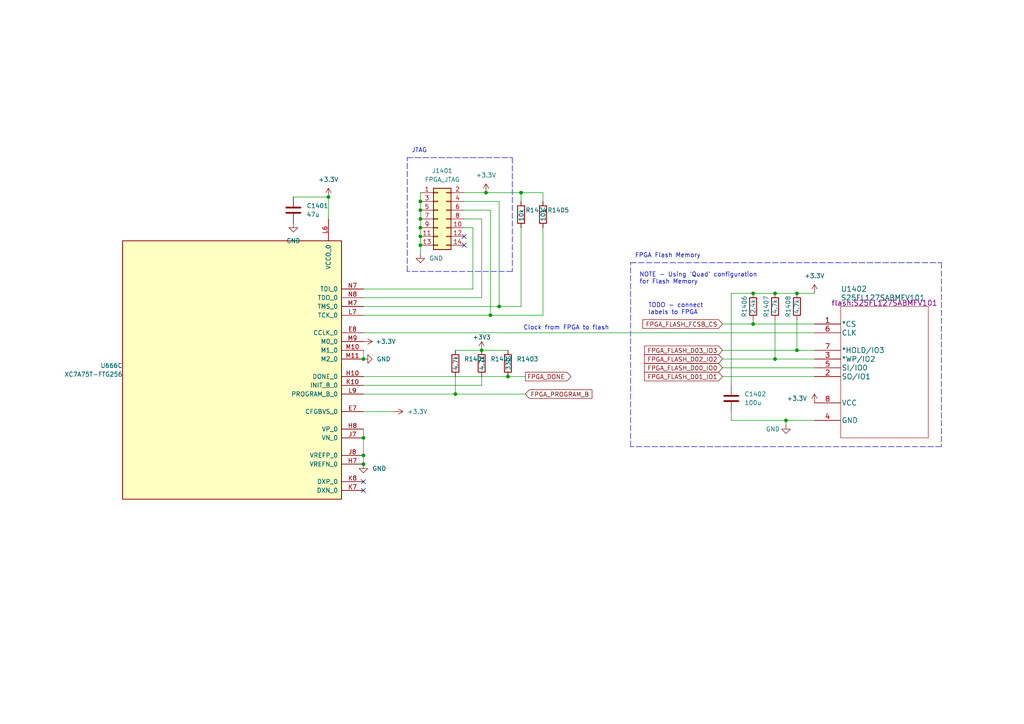
<source format=kicad_sch>
(kicad_sch (version 20211123) (generator eeschema)
  (paper "A4")
  (lib_symbols
    (symbol "Connector_Generic:Conn_02x07_Odd_Even" (pin_names (offset 1.016) hide)
      (property "Reference" "J" (at 1.27 10.16 0))
      (property "Value" "Conn_02x07_Odd_Even" (at 1.27 -10.16 0))
      (symbol "Conn_02x07_Odd_Even_1_1"
        (rectangle (start -1.27 -7.493) (end 0 -7.747) (stroke (width 0.1524)))
        (rectangle (start -1.27 -4.953) (end 0 -5.207) (stroke (width 0.1524)))
        (rectangle (start -1.27 -2.413) (end 0 -2.667) (stroke (width 0.1524)))
        (rectangle (start -1.27 0.127) (end 0 -0.127) (stroke (width 0.1524)))
        (rectangle (start -1.27 2.667) (end 0 2.413) (stroke (width 0.1524)))
        (rectangle (start -1.27 5.207) (end 0 4.953) (stroke (width 0.1524)))
        (rectangle (start -1.27 7.747) (end 0 7.493) (stroke (width 0.1524)))
        (rectangle (start -1.27 8.89) (end 3.81 -8.89) (stroke (width 0.254)) (fill (type background)))
        (rectangle (start 3.81 -7.493) (end 2.54 -7.747) (stroke (width 0.1524)))
        (rectangle (start 3.81 -4.953) (end 2.54 -5.207) (stroke (width 0.1524)))
        (rectangle (start 3.81 -2.413) (end 2.54 -2.667) (stroke (width 0.1524)))
        (rectangle (start 3.81 0.127) (end 2.54 -0.127) (stroke (width 0.1524)))
        (rectangle (start 3.81 2.667) (end 2.54 2.413) (stroke (width 0.1524)))
        (rectangle (start 3.81 5.207) (end 2.54 4.953) (stroke (width 0.1524)))
        (rectangle (start 3.81 7.747) (end 2.54 7.493) (stroke (width 0.1524)))
        (pin passive line (at -5.08 7.62 0) (length 3.81) (name "Pin_1") (number "1"))
        (pin passive line (at 7.62 -2.54 180) (length 3.81) (name "Pin_10") (number "10"))
        (pin passive line (at -5.08 -5.08 0) (length 3.81) (name "Pin_11") (number "11"))
        (pin passive line (at 7.62 -5.08 180) (length 3.81) (name "Pin_12") (number "12"))
        (pin passive line (at -5.08 -7.62 0) (length 3.81) (name "Pin_13") (number "13"))
        (pin passive line (at 7.62 -7.62 180) (length 3.81) (name "Pin_14") (number "14"))
        (pin passive line (at 7.62 7.62 180) (length 3.81) (name "Pin_2") (number "2"))
        (pin passive line (at -5.08 5.08 0) (length 3.81) (name "Pin_3") (number "3"))
        (pin passive line (at 7.62 5.08 180) (length 3.81) (name "Pin_4") (number "4"))
        (pin passive line (at -5.08 2.54 0) (length 3.81) (name "Pin_5") (number "5"))
        (pin passive line (at 7.62 2.54 180) (length 3.81) (name "Pin_6") (number "6"))
        (pin passive line (at -5.08 0 0) (length 3.81) (name "Pin_7") (number "7"))
        (pin passive line (at 7.62 0 180) (length 3.81) (name "Pin_8") (number "8"))
        (pin passive line (at -5.08 -2.54 0) (length 3.81) (name "Pin_9") (number "9"))
      )
    )
    (symbol "Device:C" (pin_numbers hide) (pin_names (offset 0.254))
      (property "Reference" "C" (at 0.635 2.54 0))
      (property "Value" "C" (at 0.635 -2.54 0))
      (symbol "C_0_1"
        (polyline (pts (xy -2.032 -0.762) (xy 2.032 -0.762)) (stroke (width 0.508)))
        (polyline (pts (xy -2.032 0.762) (xy 2.032 0.762)) (stroke (width 0.508)))
      )
      (symbol "C_1_1"
        (pin passive line (at 0 3.81 270) (length 2.794) (name "~") (number "1"))
        (pin passive line (at 0 -3.81 90) (length 2.794) (name "~") (number "2"))
      )
    )
    (symbol "Device:R" (pin_numbers hide) (pin_names (offset 0))
      (property "Reference" "R" (at 2.032 0 90))
      (property "Value" "R" (at 0 0 90))
      (symbol "R_0_1"
        (rectangle (start -1.016 -2.54) (end 1.016 2.54) (stroke (width 0.254)))
      )
      (symbol "R_1_1"
        (pin passive line (at 0 3.81 270) (length 1.27) (name "~") (number "1"))
        (pin passive line (at 0 -3.81 90) (length 1.27) (name "~") (number "2"))
      )
    )
    (symbol "FPGA_Xilinx_Artix7:XC7A75T-FTG256" (pin_names (offset 1.016))
      (property "Reference" "U" (at 0 1.27 0))
      (property "Value" "XC7A75T-FTG256" (at 0 -1.27 0))
      (symbol "XC7A75T-FTG256_1_1"
        (rectangle (start -44.45 67.31) (end 44.45 -73.66) (stroke (width 0.254)) (fill (type background)))
        (pin bidirectional line (at 50.8 38.1 180) (length 6.35) (name "IO_L3N_T0_DQS_AD1N_15") (number "A10"))
        (pin bidirectional line (at 50.8 27.94 180) (length 6.35) (name "IO_L5N_T0_AD9N_15") (number "A12"))
        (pin bidirectional line (at 50.8 20.32 180) (length 6.35) (name "IO_L7P_T1_AD2P_15") (number "A13"))
        (pin bidirectional line (at 50.8 17.78 180) (length 6.35) (name "IO_L7N_T1_AD2N_15") (number "A14"))
        (pin bidirectional line (at 50.8 7.62 180) (length 6.35) (name "IO_L9N_T1_DQS_AD3N_15") (number "A15"))
        (pin power_in line (at 27.94 73.66 270) (length 6.35) (name "VCCO_15") (number "A16"))
        (pin bidirectional line (at 50.8 45.72 180) (length 6.35) (name "IO_L2P_T0_AD8P_15") (number "A8"))
        (pin bidirectional line (at 50.8 43.18 180) (length 6.35) (name "IO_L2N_T0_AD8N_15") (number "A9"))
        (pin bidirectional line (at 50.8 35.56 180) (length 6.35) (name "IO_L4P_T0_15") (number "B10"))
        (pin bidirectional line (at 50.8 33.02 180) (length 6.35) (name "IO_L4N_T0_15") (number "B11"))
        (pin bidirectional line (at 50.8 30.48 180) (length 6.35) (name "IO_L5P_T0_AD9P_15") (number "B12"))
        (pin power_in line (at 30.48 73.66 270) (length 6.35) (name "VCCO_15") (number "B13"))
        (pin bidirectional line (at 50.8 12.7 180) (length 6.35) (name "IO_L8N_T1_AD10N_15") (number "B14"))
        (pin bidirectional line (at 50.8 10.16 180) (length 6.35) (name "IO_L9P_T1_DQS_AD3P_15") (number "B15"))
        (pin bidirectional line (at 50.8 2.54 180) (length 6.35) (name "IO_L10N_T1_AD11N_15") (number "B16"))
        (pin bidirectional line (at 50.8 40.64 180) (length 6.35) (name "IO_L3P_T0_DQS_AD1P_15") (number "B9"))
        (pin power_in line (at 33.02 73.66 270) (length 6.35) (name "VCCO_15") (number "C10"))
        (pin bidirectional line (at 50.8 0 180) (length 6.35) (name "IO_L11P_T1_SRCC_15") (number "C11"))
        (pin bidirectional line (at 50.8 -2.54 180) (length 6.35) (name "IO_L11N_T1_SRCC_15") (number "C12"))
        (pin bidirectional line (at 50.8 -7.62 180) (length 6.35) (name "IO_L12N_T1_MRCC_15") (number "C13"))
        (pin bidirectional line (at 50.8 15.24 180) (length 6.35) (name "IO_L8P_T1_AD10P_15") (number "C14"))
        (pin bidirectional line (at 50.8 5.08 180) (length 6.35) (name "IO_L10P_T1_AD11P_15") (number "C16"))
        (pin bidirectional line (at 50.8 50.8 180) (length 6.35) (name "IO_L1P_T0_AD0P_15") (number "C8"))
        (pin bidirectional line (at 50.8 48.26 180) (length 6.35) (name "IO_L1N_T0_AD0N_15") (number "C9"))
        (pin bidirectional line (at 50.8 53.34 180) (length 6.35) (name "IO_0_15") (number "D10"))
        (pin bidirectional line (at 50.8 -17.78 180) (length 6.35) (name "IO_L14N_T2_SRCC_15") (number "D11"))
        (pin bidirectional line (at 50.8 -5.08 180) (length 6.35) (name "IO_L12P_T1_MRCC_15") (number "D13"))
        (pin bidirectional line (at 50.8 -20.32 180) (length 6.35) (name "IO_L15P_T2_DQS_15") (number "D14"))
        (pin bidirectional line (at 50.8 -22.86 180) (length 6.35) (name "IO_L15N_T2_DQS_ADV_B_15") (number "D15"))
        (pin bidirectional line (at 50.8 -33.02 180) (length 6.35) (name "IO_L17N_T2_A25_15") (number "D16"))
        (pin bidirectional line (at 50.8 25.4 180) (length 6.35) (name "IO_L6P_T0_15") (number "D8"))
        (pin bidirectional line (at 50.8 22.86 180) (length 6.35) (name "IO_L6N_T0_VREF_15") (number "D9"))
        (pin bidirectional line (at 50.8 -15.24 180) (length 6.35) (name "IO_L14P_T2_SRCC_15") (number "E11"))
        (pin bidirectional line (at 50.8 -10.16 180) (length 6.35) (name "IO_L13P_T2_MRCC_15") (number "E12"))
        (pin bidirectional line (at 50.8 -12.7 180) (length 6.35) (name "IO_L13N_T2_MRCC_15") (number "E13"))
        (pin power_in line (at 35.56 73.66 270) (length 6.35) (name "VCCO_15") (number "E14"))
        (pin bidirectional line (at 50.8 -38.1 180) (length 6.35) (name "IO_L18N_T2_A23_15") (number "E15"))
        (pin bidirectional line (at 50.8 -30.48 180) (length 6.35) (name "IO_L17P_T2_A26_15") (number "E16"))
        (pin bidirectional line (at 50.8 -25.4 180) (length 6.35) (name "IO_L16P_T2_A28_15") (number "F12"))
        (pin bidirectional line (at 50.8 -27.94 180) (length 6.35) (name "IO_L16N_T2_A27_15") (number "F13"))
        (pin bidirectional line (at 50.8 -53.34 180) (length 6.35) (name "IO_L21N_T3_DQS_A18_15") (number "F14"))
        (pin bidirectional line (at 50.8 -35.56 180) (length 6.35) (name "IO_L18P_T2_A24_15") (number "F15"))
        (pin bidirectional line (at 50.8 -71.12 180) (length 6.35) (name "IO_25_15") (number "G11"))
        (pin bidirectional line (at 50.8 -43.18 180) (length 6.35) (name "IO_L19N_T3_A21_VREF_15") (number "G12"))
        (pin bidirectional line (at 50.8 -50.8 180) (length 6.35) (name "IO_L21P_T3_DQS_15") (number "G14"))
        (pin bidirectional line (at 50.8 -68.58 180) (length 6.35) (name "IO_L24N_T3_RS0_15") (number "G15"))
        (pin bidirectional line (at 50.8 -58.42 180) (length 6.35) (name "IO_L22N_T3_A16_15") (number "G16"))
        (pin bidirectional line (at 50.8 -40.64 180) (length 6.35) (name "IO_L19P_T3_A22_15") (number "H11"))
        (pin bidirectional line (at 50.8 -45.72 180) (length 6.35) (name "IO_L20P_T3_A20_15") (number "H12"))
        (pin bidirectional line (at 50.8 -48.26 180) (length 6.35) (name "IO_L20N_T3_A19_15") (number "H13"))
        (pin bidirectional line (at 50.8 -66.04 180) (length 6.35) (name "IO_L24P_T3_RS1_15") (number "H14"))
        (pin power_in line (at 38.1 73.66 270) (length 6.35) (name "VCCO_15") (number "H15"))
        (pin bidirectional line (at 50.8 -55.88 180) (length 6.35) (name "IO_L22P_T3_A17_15") (number "H16"))
        (pin power_in line (at 40.64 73.66 270) (length 6.35) (name "VCCO_15") (number "J12"))
        (pin bidirectional line (at -50.8 50.8 0) (length 6.35) (name "IO_L1P_T0_D00_MOSI_14") (number "J13"))
        (pin bidirectional line (at -50.8 48.26 0) (length 6.35) (name "IO_L1N_T0_D01_DIN_14") (number "J14"))
        (pin bidirectional line (at 50.8 -60.96 180) (length 6.35) (name "IO_L23P_T3_FOE_B_15") (number "J15"))
        (pin bidirectional line (at 50.8 -63.5 180) (length 6.35) (name "IO_L23N_T3_FWE_B_15") (number "J16"))
        (pin bidirectional line (at -50.8 53.34 0) (length 6.35) (name "IO_0_14") (number "K12"))
        (pin bidirectional line (at -50.8 30.48 0) (length 6.35) (name "IO_L5P_T0_D06_14") (number "K13"))
        (pin bidirectional line (at -50.8 45.72 0) (length 6.35) (name "IO_L2P_T0_D02_14") (number "K15"))
        (pin bidirectional line (at -50.8 43.18 0) (length 6.35) (name "IO_L2N_T0_D03_14") (number "K16"))
        (pin bidirectional line (at -50.8 25.4 0) (length 6.35) (name "IO_L6P_T0_FCS_B_14") (number "L12"))
        (pin bidirectional line (at -50.8 27.94 0) (length 6.35) (name "IO_L5N_T0_D07_14") (number "L13"))
        (pin bidirectional line (at -50.8 35.56 0) (length 6.35) (name "IO_L4P_T0_D04_14") (number "L14"))
        (pin bidirectional line (at -50.8 40.64 0) (length 6.35) (name "IO_L3P_T0_DQS_PUDC_B_14") (number "L15"))
        (pin power_in line (at -40.64 73.66 270) (length 6.35) (name "VCCO_14") (number "L16"))
        (pin bidirectional line (at -50.8 22.86 0) (length 6.35) (name "IO_L6N_T0_D08_VREF_14") (number "M12"))
        (pin power_in line (at -38.1 73.66 270) (length 6.35) (name "VCCO_14") (number "M13"))
        (pin bidirectional line (at -50.8 33.02 0) (length 6.35) (name "IO_L4N_T0_D05_14") (number "M14"))
        (pin bidirectional line (at -50.8 38.1 0) (length 6.35) (name "IO_L3N_T0_DQS_EMCCLK_14") (number "M15"))
        (pin bidirectional line (at -50.8 20.32 0) (length 6.35) (name "IO_L7P_T1_D09_14") (number "M16"))
        (pin bidirectional line (at -50.8 -40.64 0) (length 6.35) (name "IO_L19P_T3_A10_D26_14") (number "M6"))
        (pin power_in line (at -35.56 73.66 270) (length 6.35) (name "VCCO_14") (number "N10"))
        (pin bidirectional line (at -50.8 -10.16 0) (length 6.35) (name "IO_L13P_T2_MRCC_14") (number "N11"))
        (pin bidirectional line (at -50.8 -12.7 0) (length 6.35) (name "IO_L13N_T2_MRCC_14") (number "N12"))
        (pin bidirectional line (at -50.8 0 0) (length 6.35) (name "IO_L11P_T1_SRCC_14") (number "N13"))
        (pin bidirectional line (at -50.8 -5.08 0) (length 6.35) (name "IO_L12P_T1_MRCC_14") (number "N14"))
        (pin bidirectional line (at -50.8 17.78 0) (length 6.35) (name "IO_L7N_T1_D10_14") (number "N16"))
        (pin bidirectional line (at -50.8 -43.18 0) (length 6.35) (name "IO_L19N_T3_A09_D25_VREF_14") (number "N6"))
        (pin bidirectional line (at -50.8 -35.56 0) (length 6.35) (name "IO_L18P_T2_A12_D28_14") (number "N9"))
        (pin bidirectional line (at -50.8 -15.24 0) (length 6.35) (name "IO_L14P_T2_SRCC_14") (number "P10"))
        (pin bidirectional line (at -50.8 -17.78 0) (length 6.35) (name "IO_L14N_T2_SRCC_14") (number "P11"))
        (pin bidirectional line (at -50.8 -2.54 0) (length 6.35) (name "IO_L11N_T1_SRCC_14") (number "P13"))
        (pin bidirectional line (at -50.8 -7.62 0) (length 6.35) (name "IO_L12N_T1_MRCC_14") (number "P14"))
        (pin bidirectional line (at -50.8 15.24 0) (length 6.35) (name "IO_L8P_T1_D11_14") (number "P15"))
        (pin bidirectional line (at -50.8 12.7 0) (length 6.35) (name "IO_L8N_T1_D12_14") (number "P16"))
        (pin bidirectional line (at -50.8 -71.12 0) (length 6.35) (name "IO_25_14") (number "P6"))
        (pin power_in line (at -33.02 73.66 270) (length 6.35) (name "VCCO_14") (number "P7"))
        (pin bidirectional line (at -50.8 -45.72 0) (length 6.35) (name "IO_L20P_T3_A08_D24_14") (number "P8"))
        (pin bidirectional line (at -50.8 -38.1 0) (length 6.35) (name "IO_L18N_T2_A11_D27_14") (number "P9"))
        (pin bidirectional line (at -50.8 -30.48 0) (length 6.35) (name "IO_L17P_T2_A14_D30_14") (number "R10"))
        (pin bidirectional line (at -50.8 -33.02 0) (length 6.35) (name "IO_L17N_T2_A13_D29_14") (number "R11"))
        (pin bidirectional line (at -50.8 -20.32 0) (length 6.35) (name "IO_L15P_T2_DQS_RDWR_B_14") (number "R12"))
        (pin bidirectional line (at -50.8 -25.4 0) (length 6.35) (name "IO_L16P_T2_CSI_B_14") (number "R13"))
        (pin power_in line (at -30.48 73.66 270) (length 6.35) (name "VCCO_14") (number "R14"))
        (pin bidirectional line (at -50.8 10.16 0) (length 6.35) (name "IO_L9P_T1_DQS_14") (number "R15"))
        (pin bidirectional line (at -50.8 7.62 0) (length 6.35) (name "IO_L9N_T1_DQS_D13_14") (number "R16"))
        (pin bidirectional line (at -50.8 -60.96 0) (length 6.35) (name "IO_L23P_T3_A03_D19_14") (number "R5"))
        (pin bidirectional line (at -50.8 -66.04 0) (length 6.35) (name "IO_L24P_T3_A01_D17_14") (number "R6"))
        (pin bidirectional line (at -50.8 -68.58 0) (length 6.35) (name "IO_L24N_T3_A00_D16_14") (number "R7"))
        (pin bidirectional line (at -50.8 -48.26 0) (length 6.35) (name "IO_L20N_T3_A07_D23_14") (number "R8"))
        (pin bidirectional line (at -50.8 -58.42 0) (length 6.35) (name "IO_L22N_T3_A04_D20_14") (number "T10"))
        (pin power_in line (at -27.94 73.66 270) (length 6.35) (name "VCCO_14") (number "T11"))
        (pin bidirectional line (at -50.8 -22.86 0) (length 6.35) (name "IO_L15N_T2_DQS_DOUT_CSO_B_14") (number "T12"))
        (pin bidirectional line (at -50.8 -27.94 0) (length 6.35) (name "IO_L16N_T2_A15_D31_14") (number "T13"))
        (pin bidirectional line (at -50.8 5.08 0) (length 6.35) (name "IO_L10P_T1_D14_14") (number "T14"))
        (pin bidirectional line (at -50.8 2.54 0) (length 6.35) (name "IO_L10N_T1_D15_14") (number "T15"))
        (pin bidirectional line (at -50.8 -63.5 0) (length 6.35) (name "IO_L23N_T3_A02_D18_14") (number "T5"))
        (pin bidirectional line (at -50.8 -50.8 0) (length 6.35) (name "IO_L21P_T3_DQS_14") (number "T7"))
        (pin bidirectional line (at -50.8 -53.34 0) (length 6.35) (name "IO_L21N_T3_DQS_A06_D22_14") (number "T8"))
        (pin bidirectional line (at -50.8 -55.88 0) (length 6.35) (name "IO_L22P_T3_A05_D21_14") (number "T9"))
      )
      (symbol "XC7A75T-FTG256_2_1"
        (rectangle (start -44.45 67.31) (end 44.45 -73.66) (stroke (width 0.254)) (fill (type background)))
        (pin bidirectional line (at 50.8 12.7 180) (length 6.35) (name "IO_L8N_T1_AD14N_35") (number "A2"))
        (pin bidirectional line (at 50.8 33.02 180) (length 6.35) (name "IO_L4N_T0_35") (number "A3"))
        (pin bidirectional line (at 50.8 38.1 180) (length 6.35) (name "IO_L3N_T0_DQS_AD5N_35") (number "A4"))
        (pin bidirectional line (at 50.8 40.64 180) (length 6.35) (name "IO_L3P_T0_DQS_AD5P_35") (number "A5"))
        (pin power_in line (at 27.94 73.66 270) (length 6.35) (name "VCCO_35") (number "A6"))
        (pin bidirectional line (at 50.8 48.26 180) (length 6.35) (name "IO_L1N_T0_AD4N_35") (number "A7"))
        (pin bidirectional line (at 50.8 7.62 180) (length 6.35) (name "IO_L9N_T1_DQS_AD7N_35") (number "B1"))
        (pin bidirectional line (at 50.8 15.24 180) (length 6.35) (name "IO_L8P_T1_AD14P_35") (number "B2"))
        (pin power_in line (at 30.48 73.66 270) (length 6.35) (name "VCCO_35") (number "B3"))
        (pin bidirectional line (at 50.8 35.56 180) (length 6.35) (name "IO_L4P_T0_35") (number "B4"))
        (pin bidirectional line (at 50.8 43.18 180) (length 6.35) (name "IO_L2N_T0_AD12N_35") (number "B5"))
        (pin bidirectional line (at 50.8 45.72 180) (length 6.35) (name "IO_L2P_T0_AD12P_35") (number "B6"))
        (pin bidirectional line (at 50.8 50.8 180) (length 6.35) (name "IO_L1P_T0_AD4P_35") (number "B7"))
        (pin bidirectional line (at 50.8 10.16 180) (length 6.35) (name "IO_L9P_T1_DQS_AD7P_35") (number "C1"))
        (pin bidirectional line (at 50.8 17.78 180) (length 6.35) (name "IO_L7N_T1_AD6N_35") (number "C2"))
        (pin bidirectional line (at 50.8 20.32 180) (length 6.35) (name "IO_L7P_T1_AD6P_35") (number "C3"))
        (pin bidirectional line (at 50.8 -7.62 180) (length 6.35) (name "IO_L12N_T1_MRCC_35") (number "C4"))
        (pin bidirectional line (at 50.8 27.94 180) (length 6.35) (name "IO_L5N_T0_AD13N_35") (number "C6"))
        (pin bidirectional line (at 50.8 30.48 180) (length 6.35) (name "IO_L5P_T0_AD13P_35") (number "C7"))
        (pin bidirectional line (at 50.8 2.54 180) (length 6.35) (name "IO_L10N_T1_AD15N_35") (number "D1"))
        (pin bidirectional line (at 50.8 -2.54 180) (length 6.35) (name "IO_L11N_T1_SRCC_35") (number "D3"))
        (pin bidirectional line (at 50.8 -5.08 180) (length 6.35) (name "IO_L12P_T1_MRCC_35") (number "D4"))
        (pin bidirectional line (at 50.8 22.86 180) (length 6.35) (name "IO_L6N_T0_VREF_35") (number "D5"))
        (pin bidirectional line (at 50.8 25.4 180) (length 6.35) (name "IO_L6P_T0_35") (number "D6"))
        (pin power_in line (at 33.02 73.66 270) (length 6.35) (name "VCCO_35") (number "D7"))
        (pin bidirectional line (at 50.8 -22.86 180) (length 6.35) (name "IO_L15N_T2_DQS_35") (number "E1"))
        (pin bidirectional line (at 50.8 5.08 180) (length 6.35) (name "IO_L10P_T1_AD15P_35") (number "E2"))
        (pin bidirectional line (at 50.8 0 180) (length 6.35) (name "IO_L11P_T1_SRCC_35") (number "E3"))
        (pin power_in line (at 35.56 73.66 270) (length 6.35) (name "VCCO_35") (number "E4"))
        (pin bidirectional line (at 50.8 -12.7 180) (length 6.35) (name "IO_L13N_T2_MRCC_35") (number "E5"))
        (pin bidirectional line (at 50.8 53.34 180) (length 6.35) (name "IO_0_35") (number "E6"))
        (pin power_in line (at 38.1 73.66 270) (length 6.35) (name "VCCO_35") (number "F1"))
        (pin bidirectional line (at 50.8 -20.32 180) (length 6.35) (name "IO_L15P_T2_DQS_35") (number "F2"))
        (pin bidirectional line (at 50.8 -17.78 180) (length 6.35) (name "IO_L14N_T2_SRCC_35") (number "F3"))
        (pin bidirectional line (at 50.8 -15.24 180) (length 6.35) (name "IO_L14P_T2_SRCC_35") (number "F4"))
        (pin bidirectional line (at 50.8 -10.16 180) (length 6.35) (name "IO_L13P_T2_MRCC_35") (number "F5"))
        (pin bidirectional line (at 50.8 -33.02 180) (length 6.35) (name "IO_L17N_T2_35") (number "G1"))
        (pin bidirectional line (at 50.8 -30.48 180) (length 6.35) (name "IO_L17P_T2_35") (number "G2"))
        (pin bidirectional line (at 50.8 -27.94 180) (length 6.35) (name "IO_L16N_T2_35") (number "G4"))
        (pin bidirectional line (at 50.8 -25.4 180) (length 6.35) (name "IO_L16P_T2_35") (number "G5"))
        (pin bidirectional line (at 50.8 -48.26 180) (length 6.35) (name "IO_L20N_T3_35") (number "H1"))
        (pin bidirectional line (at 50.8 -45.72 180) (length 6.35) (name "IO_L20P_T3_35") (number "H2"))
        (pin bidirectional line (at 50.8 -53.34 180) (length 6.35) (name "IO_L21N_T3_DQS_35") (number "H3"))
        (pin bidirectional line (at 50.8 -38.1 180) (length 6.35) (name "IO_L18N_T2_35") (number "H4"))
        (pin bidirectional line (at 50.8 -35.56 180) (length 6.35) (name "IO_L18P_T2_35") (number "H5"))
        (pin bidirectional line (at 50.8 -58.42 180) (length 6.35) (name "IO_L22N_T3_35") (number "J1"))
        (pin power_in line (at 40.64 73.66 270) (length 6.35) (name "VCCO_35") (number "J2"))
        (pin bidirectional line (at 50.8 -50.8 180) (length 6.35) (name "IO_L21P_T3_DQS_35") (number "J3"))
        (pin bidirectional line (at 50.8 -43.18 180) (length 6.35) (name "IO_L19N_T3_VREF_35") (number "J4"))
        (pin bidirectional line (at 50.8 -40.64 180) (length 6.35) (name "IO_L19P_T3_35") (number "J5"))
        (pin bidirectional line (at 50.8 -55.88 180) (length 6.35) (name "IO_L22P_T3_35") (number "K1"))
        (pin bidirectional line (at 50.8 -68.58 180) (length 6.35) (name "IO_L24N_T3_35") (number "K2"))
        (pin bidirectional line (at 50.8 -66.04 180) (length 6.35) (name "IO_L24P_T3_35") (number "K3"))
        (pin bidirectional line (at 50.8 -71.12 180) (length 6.35) (name "IO_25_35") (number "K5"))
        (pin bidirectional line (at 50.8 -63.5 180) (length 6.35) (name "IO_L23N_T3_35") (number "L2"))
        (pin bidirectional line (at 50.8 -60.96 180) (length 6.35) (name "IO_L23P_T3_35") (number "L3"))
        (pin bidirectional line (at -50.8 50.8 0) (length 6.35) (name "IO_L1P_T0_34") (number "L4"))
        (pin bidirectional line (at -50.8 53.34 0) (length 6.35) (name "IO_0_34") (number "L5"))
        (pin bidirectional line (at -50.8 43.18 0) (length 6.35) (name "IO_L2N_T0_34") (number "M1"))
        (pin bidirectional line (at -50.8 45.72 0) (length 6.35) (name "IO_L2P_T0_34") (number "M2"))
        (pin power_in line (at -40.64 73.66 270) (length 6.35) (name "VCCO_34") (number "M3"))
        (pin bidirectional line (at -50.8 48.26 0) (length 6.35) (name "IO_L1N_T0_34") (number "M4"))
        (pin bidirectional line (at -50.8 25.4 0) (length 6.35) (name "IO_L6P_T0_34") (number "M5"))
        (pin bidirectional line (at -50.8 35.56 0) (length 6.35) (name "IO_L4P_T0_34") (number "N1"))
        (pin bidirectional line (at -50.8 38.1 0) (length 6.35) (name "IO_L3N_T0_DQS_34") (number "N2"))
        (pin bidirectional line (at -50.8 40.64 0) (length 6.35) (name "IO_L3P_T0_DQS_34") (number "N3"))
        (pin bidirectional line (at -50.8 22.86 0) (length 6.35) (name "IO_L6N_T0_VREF_34") (number "N4"))
        (pin bidirectional line (at -50.8 33.02 0) (length 6.35) (name "IO_L4N_T0_34") (number "P1"))
        (pin bidirectional line (at -50.8 27.94 0) (length 6.35) (name "IO_L5N_T0_34") (number "P3"))
        (pin bidirectional line (at -50.8 30.48 0) (length 6.35) (name "IO_L5P_T0_34") (number "P4"))
        (pin bidirectional line (at -50.8 5.08 0) (length 6.35) (name "IO_L10P_T1_34") (number "P5"))
        (pin bidirectional line (at -50.8 17.78 0) (length 6.35) (name "IO_L7N_T1_34") (number "R1"))
        (pin bidirectional line (at -50.8 20.32 0) (length 6.35) (name "IO_L7P_T1_34") (number "R2"))
        (pin bidirectional line (at -50.8 15.24 0) (length 6.35) (name "IO_L8P_T1_34") (number "R3"))
        (pin power_in line (at -38.1 73.66 270) (length 6.35) (name "VCCO_34") (number "R4"))
        (pin power_in line (at -35.56 73.66 270) (length 6.35) (name "VCCO_34") (number "T1"))
        (pin bidirectional line (at -50.8 12.7 0) (length 6.35) (name "IO_L8N_T1_34") (number "T2"))
        (pin bidirectional line (at -50.8 7.62 0) (length 6.35) (name "IO_L9N_T1_DQS_34") (number "T3"))
        (pin bidirectional line (at -50.8 10.16 0) (length 6.35) (name "IO_L9P_T1_DQS_34") (number "T4"))
      )
      (symbol "XC7A75T-FTG256_3_1"
        (rectangle (start -31.75 34.29) (end 31.75 -40.64) (stroke (width 0.254)) (fill (type background)))
        (pin bidirectional line (at 38.1 -15.24 180) (length 6.35) (name "CFGBVS_0") (number "E7"))
        (pin bidirectional line (at 38.1 7.62 180) (length 6.35) (name "CCLK_0") (number "E8"))
        (pin bidirectional line (at 38.1 -5.08 180) (length 6.35) (name "DONE_0") (number "H10"))
        (pin bidirectional line (at 38.1 -30.48 180) (length 6.35) (name "VREFN_0") (number "H7"))
        (pin bidirectional line (at 38.1 -20.32 180) (length 6.35) (name "VP_0") (number "H8"))
        (pin bidirectional line (at 38.1 -22.86 180) (length 6.35) (name "VN_0") (number "J7"))
        (pin bidirectional line (at 38.1 -27.94 180) (length 6.35) (name "VREFP_0") (number "J8"))
        (pin bidirectional line (at 38.1 -7.62 180) (length 6.35) (name "INIT_B_0") (number "K10"))
        (pin bidirectional line (at 38.1 -38.1 180) (length 6.35) (name "DXN_0") (number "K7"))
        (pin bidirectional line (at 38.1 -35.56 180) (length 6.35) (name "DXP_0") (number "K8"))
        (pin power_in line (at 27.94 40.64 270) (length 6.35) (name "VCCO_0") (number "L6"))
        (pin bidirectional line (at 38.1 12.7 180) (length 6.35) (name "TCK_0") (number "L7"))
        (pin bidirectional line (at 38.1 -10.16 180) (length 6.35) (name "PROGRAM_B_0") (number "L9"))
        (pin bidirectional line (at 38.1 2.54 180) (length 6.35) (name "M1_0") (number "M10"))
        (pin bidirectional line (at 38.1 0 180) (length 6.35) (name "M2_0") (number "M11"))
        (pin bidirectional line (at 38.1 15.24 180) (length 6.35) (name "TMS_0") (number "M7"))
        (pin bidirectional line (at 38.1 5.08 180) (length 6.35) (name "M0_0") (number "M9"))
        (pin bidirectional line (at 38.1 20.32 180) (length 6.35) (name "TDI_0") (number "N7"))
        (pin bidirectional line (at 38.1 17.78 180) (length 6.35) (name "TDO_0") (number "N8"))
      )
      (symbol "XC7A75T-FTG256_4_1"
        (rectangle (start -19.05 35.56) (end 19.05 -35.56) (stroke (width 0.254)) (fill (type background)))
        (pin power_in line (at -25.4 2.54 0) (length 6.35) (name "GND") (number "A1"))
        (pin power_in line (at -25.4 0 0) (length 6.35) (name "GND") (number "A11"))
        (pin power_in line (at -25.4 -2.54 0) (length 6.35) (name "GND") (number "B8"))
        (pin power_in line (at -25.4 -7.62 0) (length 6.35) (name "GND") (number "C15"))
        (pin power_in line (at -25.4 -5.08 0) (length 6.35) (name "GND") (number "C5"))
        (pin power_in line (at -25.4 -12.7 0) (length 6.35) (name "GND") (number "D12"))
        (pin power_in line (at -25.4 -10.16 0) (length 6.35) (name "GND") (number "D2"))
        (pin power_in line (at -25.4 12.7 0) (length 6.35) (name "VCCBRAM") (number "E10"))
        (pin power_in line (at -25.4 -15.24 0) (length 6.35) (name "GND") (number "E9"))
        (pin power_in line (at -25.4 -20.32 0) (length 6.35) (name "GND") (number "F10"))
        (pin power_in line (at -25.4 10.16 0) (length 6.35) (name "VCCBRAM") (number "F11"))
        (pin power_in line (at -25.4 -22.86 0) (length 6.35) (name "GND") (number "F16"))
        (pin power_in line (at -25.4 -17.78 0) (length 6.35) (name "GND") (number "F6"))
        (pin power_in line (at 25.4 33.02 180) (length 6.35) (name "VCCINT") (number "F7"))
        (pin power_in line (at -25.4 15.24 0) (length 6.35) (name "VCCBATT_0") (number "F8"))
        (pin power_in line (at 25.4 30.48 180) (length 6.35) (name "VCCINT") (number "F9"))
        (pin power_in line (at -25.4 33.02 0) (length 6.35) (name "VCCAUX") (number "G10"))
        (pin power_in line (at -25.4 -30.48 0) (length 6.35) (name "GND") (number "G13"))
        (pin power_in line (at -25.4 -25.4 0) (length 6.35) (name "GND") (number "G3"))
        (pin power_in line (at 25.4 27.94 180) (length 6.35) (name "VCCINT") (number "G6"))
        (pin power_in line (at -25.4 20.32 0) (length 6.35) (name "GNDADC_0") (number "G7"))
        (pin power_in line (at -25.4 17.78 0) (length 6.35) (name "VCCADC_0") (number "G8"))
        (pin power_in line (at -25.4 -27.94 0) (length 6.35) (name "GND") (number "G9"))
        (pin power_in line (at -25.4 -33.02 0) (length 6.35) (name "GND") (number "H6"))
        (pin power_in line (at 25.4 25.4 180) (length 6.35) (name "VCCINT") (number "H9"))
        (pin power_in line (at -25.4 30.48 0) (length 6.35) (name "VCCAUX") (number "J10"))
        (pin power_in line (at 25.4 0 180) (length 6.35) (name "GND") (number "J11"))
        (pin power_in line (at 25.4 22.86 180) (length 6.35) (name "VCCINT") (number "J6"))
        (pin power_in line (at 25.4 2.54 180) (length 6.35) (name "GND") (number "J9"))
        (pin power_in line (at -25.4 27.94 0) (length 6.35) (name "VCCAUX") (number "K11"))
        (pin power_in line (at 25.4 -7.62 180) (length 6.35) (name "GND") (number "K14"))
        (pin power_in line (at 25.4 -2.54 180) (length 6.35) (name "GND") (number "K4"))
        (pin power_in line (at 25.4 -5.08 180) (length 6.35) (name "GND") (number "K6"))
        (pin power_in line (at 25.4 20.32 180) (length 6.35) (name "VCCINT") (number "K9"))
        (pin power_in line (at 25.4 -10.16 180) (length 6.35) (name "GND") (number "L1"))
        (pin power_in line (at -25.4 25.4 0) (length 6.35) (name "VCCAUX") (number "L10"))
        (pin power_in line (at 25.4 -12.7 180) (length 6.35) (name "GND") (number "L11"))
        (pin power_in line (at 25.4 17.78 180) (length 6.35) (name "VCCINT") (number "L8"))
        (pin power_in line (at 25.4 -15.24 180) (length 6.35) (name "GND") (number "M8"))
        (pin power_in line (at 25.4 -20.32 180) (length 6.35) (name "GND") (number "N15"))
        (pin power_in line (at 25.4 -17.78 180) (length 6.35) (name "GND") (number "N5"))
        (pin power_in line (at 25.4 -25.4 180) (length 6.35) (name "GND") (number "P12"))
        (pin power_in line (at 25.4 -22.86 180) (length 6.35) (name "GND") (number "P2"))
        (pin power_in line (at 25.4 -27.94 180) (length 6.35) (name "GND") (number "R9"))
        (pin power_in line (at 25.4 -33.02 180) (length 6.35) (name "GND") (number "T16"))
        (pin power_in line (at 25.4 -30.48 180) (length 6.35) (name "GND") (number "T6"))
      )
    )
    (symbol "S25FL127SABMFV101:S25FL127SABMFV101" (pin_names (offset 0.254))
      (property "Reference" "U" (at 20.32 10.16 0))
      (property "Value" "S25FL127SABMFV101" (at 20.32 7.62 0))
      (symbol "S25FL127SABMFV101_1_1"
        (polyline (pts (xy 7.62 -33.02) (xy 33.02 -33.02)) (stroke (width 0.127)))
        (polyline (pts (xy 7.62 5.08) (xy 7.62 -33.02)) (stroke (width 0.127)))
        (polyline (pts (xy 33.02 -33.02) (xy 33.02 5.08)) (stroke (width 0.127)))
        (polyline (pts (xy 33.02 5.08) (xy 7.62 5.08)) (stroke (width 0.127)))
        (pin input line (at 0 0 0) (length 7.62) (name "*CS") (number "1"))
        (pin bidirectional line (at 0 -15.24 0) (length 7.62) (name "SO/IO1") (number "2"))
        (pin bidirectional line (at 0 -10.16 0) (length 7.62) (name "*WP/IO2") (number "3"))
        (pin power_in line (at 0 -27.94 0) (length 7.62) (name "GND") (number "4"))
        (pin bidirectional line (at 0 -12.7 0) (length 7.62) (name "SI/IO0") (number "5"))
        (pin input line (at 0 -2.54 0) (length 7.62) (name "CLK") (number "6"))
        (pin bidirectional line (at 0 -7.62 0) (length 7.62) (name "*HOLD/IO3") (number "7"))
        (pin power_in line (at 0 -22.86 0) (length 7.62) (name "VCC") (number "8"))
      )
    )
    (symbol "power:+3.3V" (power) (pin_names (offset 0))
      (property "Value" "+3.3V" (at 0 3.556 0))
      (symbol "+3.3V_0_1"
        (polyline (pts (xy -0.762 1.27) (xy 0 2.54)))
        (polyline (pts (xy 0 0) (xy 0 2.54)))
        (polyline (pts (xy 0 2.54) (xy 0.762 1.27)))
      )
      (symbol "+3.3V_1_1"
        (pin power_in line (at 0 0 90) (length 0) hide (name "+3.3V") (number "1"))
      )
    )
    (symbol "power:+3V3" (power) (pin_names (offset 0))
      (property "Value" "+3V3" (at 0 3.556 0))
      (symbol "+3V3_0_1"
        (polyline (pts (xy -0.762 1.27) (xy 0 2.54)))
        (polyline (pts (xy 0 0) (xy 0 2.54)))
        (polyline (pts (xy 0 2.54) (xy 0.762 1.27)))
      )
      (symbol "+3V3_1_1"
        (pin power_in line (at 0 0 90) (length 0) hide (name "+3V3") (number "1"))
      )
    )
    (symbol "power:GND" (power) (pin_names (offset 0))
      (property "Value" "GND" (at 0 -3.81 0))
      (symbol "GND_0_1"
        (polyline (pts (xy 0 0) (xy 0 -1.27) (xy 1.27 -1.27) (xy 0 -2.54) (xy -1.27 -1.27) (xy 0 -1.27)))
      )
      (symbol "GND_1_1"
        (pin power_in line (at 0 0 270) (length 0) hide (name "GND") (number "1"))
      )
    )
  )
  (junction (at 105.41 104.14))
  (junction (at 151.13 55.88))
  (junction (at 231.14 101.6))
  (junction (at 105.41 132.08))
  (junction (at 144.78 88.9))
  (junction (at 139.7 101.6))
  (junction (at 121.92 66.04))
  (junction (at 227.965 121.92))
  (junction (at 121.92 63.5))
  (junction (at 147.32 109.22))
  (junction (at 224.79 104.14))
  (junction (at 231.14 85.09))
  (junction (at 121.92 71.12))
  (junction (at 121.92 60.96))
  (junction (at 121.92 68.58))
  (junction (at 95.25 57.15))
  (junction (at 105.41 134.62))
  (junction (at 224.79 85.09))
  (junction (at 105.41 127))
  (junction (at 218.44 93.98))
  (junction (at 142.24 91.44))
  (junction (at 140.97 55.88))
  (junction (at 218.44 85.09))
  (junction (at 121.92 58.42))
  (junction (at 132.08 114.3))
  (no_connect (at 105.41 139.7))
  (no_connect (at 105.41 142.24))
  (no_connect (at 134.62 68.58))
  (no_connect (at 134.62 71.12))
  (wire (pts (xy 105.41 91.44) (xy 142.24 91.44)))
  (wire (pts (xy 121.92 68.58) (xy 121.92 71.12)))
  (wire (pts (xy 139.7 101.6) (xy 147.32 101.6)))
  (wire (pts (xy 121.92 55.88) (xy 121.92 58.42)))
  (wire (pts (xy 105.41 114.3) (xy 132.08 114.3)))
  (wire (pts (xy 236.22 109.22) (xy 209.55 109.22)))
  (wire (pts (xy 142.24 91.44) (xy 142.24 60.96)))
  (wire (pts (xy 209.55 106.68) (xy 236.22 106.68)))
  (wire (pts (xy 134.62 66.04) (xy 137.16 66.04)))
  (wire (pts (xy 218.44 93.98) (xy 236.22 93.98)))
  (wire (pts (xy 134.62 60.96) (xy 142.24 60.96)))
  (wire (pts (xy 227.965 121.92) (xy 236.22 121.92)))
  (polyline (pts (xy 273.05 76.2) (xy 273.05 129.54)))
  (wire (pts (xy 105.41 83.82) (xy 137.16 83.82)))
  (wire (pts (xy 209.55 101.6) (xy 231.14 101.6)))
  (wire (pts (xy 121.92 71.12) (xy 121.92 73.66)))
  (polyline (pts (xy 273.05 129.54) (xy 182.88 129.54)))
  (wire (pts (xy 95.25 57.15) (xy 85.09 57.15)))
  (polyline (pts (xy 148.59 78.74) (xy 118.11 78.74)))
  (wire (pts (xy 95.25 57.15) (xy 95.25 63.5)))
  (wire (pts (xy 121.92 66.04) (xy 121.92 68.58)))
  (polyline (pts (xy 118.11 45.72) (xy 148.59 45.72)))
  (wire (pts (xy 132.08 114.3) (xy 152.4 114.3)))
  (wire (pts (xy 105.41 132.08) (xy 105.41 134.62)))
  (wire (pts (xy 224.79 85.09) (xy 231.14 85.09)))
  (wire (pts (xy 209.55 93.98) (xy 218.44 93.98)))
  (wire (pts (xy 218.44 85.09) (xy 224.79 85.09)))
  (wire (pts (xy 139.7 111.76) (xy 105.41 111.76)))
  (wire (pts (xy 105.41 119.38) (xy 114.3 119.38)))
  (wire (pts (xy 105.41 124.46) (xy 105.41 127)))
  (wire (pts (xy 144.78 88.9) (xy 151.13 88.9)))
  (polyline (pts (xy 118.11 78.74) (xy 118.11 45.72)))
  (wire (pts (xy 132.08 109.22) (xy 132.08 114.3)))
  (wire (pts (xy 231.14 101.6) (xy 231.14 92.71)))
  (wire (pts (xy 224.79 104.14) (xy 236.22 104.14)))
  (wire (pts (xy 231.14 85.09) (xy 236.22 85.09)))
  (wire (pts (xy 209.55 104.14) (xy 224.79 104.14)))
  (wire (pts (xy 227.965 121.92) (xy 212.09 121.92)))
  (wire (pts (xy 121.92 63.5) (xy 121.92 66.04)))
  (wire (pts (xy 212.09 121.92) (xy 212.09 119.38)))
  (wire (pts (xy 134.62 55.88) (xy 140.97 55.88)))
  (wire (pts (xy 224.79 104.14) (xy 224.79 92.71)))
  (wire (pts (xy 105.41 101.6) (xy 105.41 104.14)))
  (wire (pts (xy 212.09 111.76) (xy 212.09 85.09)))
  (wire (pts (xy 236.22 101.6) (xy 231.14 101.6)))
  (wire (pts (xy 157.48 91.44) (xy 157.48 66.04)))
  (wire (pts (xy 212.09 85.09) (xy 218.44 85.09)))
  (wire (pts (xy 147.32 109.22) (xy 152.4 109.22)))
  (wire (pts (xy 121.92 60.96) (xy 121.92 63.5)))
  (wire (pts (xy 121.92 58.42) (xy 121.92 60.96)))
  (wire (pts (xy 105.41 109.22) (xy 147.32 109.22)))
  (wire (pts (xy 137.16 83.82) (xy 137.16 66.04)))
  (wire (pts (xy 151.13 88.9) (xy 151.13 66.04)))
  (wire (pts (xy 151.13 58.42) (xy 151.13 55.88)))
  (polyline (pts (xy 182.88 129.54) (xy 182.88 76.2)))
  (wire (pts (xy 105.41 127) (xy 105.41 132.08)))
  (wire (pts (xy 157.48 58.42) (xy 157.48 55.88)))
  (wire (pts (xy 134.62 58.42) (xy 144.78 58.42)))
  (wire (pts (xy 218.44 92.71) (xy 218.44 93.98)))
  (polyline (pts (xy 182.88 76.2) (xy 273.05 76.2)))
  (wire (pts (xy 105.41 96.52) (xy 236.22 96.52)))
  (wire (pts (xy 132.08 101.6) (xy 139.7 101.6)))
  (polyline (pts (xy 148.59 45.72) (xy 148.59 78.74)))
  (polyline (pts (xy 182.88 76.2) (xy 184.15 76.2)))
  (wire (pts (xy 142.24 91.44) (xy 157.48 91.44)))
  (wire (pts (xy 139.7 86.36) (xy 139.7 63.5)))
  (wire (pts (xy 105.41 86.36) (xy 139.7 86.36)))
  (wire (pts (xy 227.965 123.19) (xy 227.965 121.92)))
  (wire (pts (xy 134.62 63.5) (xy 139.7 63.5)))
  (wire (pts (xy 157.48 55.88) (xy 151.13 55.88)))
  (wire (pts (xy 144.78 88.9) (xy 144.78 58.42)))
  (wire (pts (xy 105.41 88.9) (xy 144.78 88.9)))
  (wire (pts (xy 140.97 55.88) (xy 151.13 55.88)))
  (wire (pts (xy 139.7 109.22) (xy 139.7 111.76)))
  (text "Clock from FPGA to flash\n" (at 151.765 95.885 0) (effects (font (size 1.27 1.27)) (justify left bottom)))
  (text "FPGA Flash Memory" (at 184.15 74.93 0) (effects (font (size 1.27 1.27)) (justify left bottom)))
  (text "TODO - connect \nlabels to FPGA" (at 187.96 91.44 0) (effects (font (size 1.27 1.27)) (justify left bottom)))
  (text "JTAG" (at 119.38 44.45 0) (effects (font (size 1.27 1.27)) (justify left bottom)))
  (text "NOTE - Using 'Quad' configuration \nfor Flash Memory" (at 185.42 82.55 0) (effects (font (size 1.27 1.27)) (justify left bottom)))
  (global_label "FPGA_FLASH_D00_IO0" (shape input) (at 209.55 106.68 180) (property "Intersheet References" "${INTERSHEET_REFS}" (effects hide)))
  (global_label "FPGA_FLASH_FCSB_CS" (shape input) (at 209.55 93.98 180) (property "Intersheet References" "${INTERSHEET_REFS}" (effects hide)))
  (global_label "FPGA_DONE" (shape output) (at 152.4 109.22 0) (property "Intersheet References" "${INTERSHEET_REFS}" (effects hide)))
  (global_label "FPGA_FLASH_D02_IO2" (shape input) (at 209.55 104.14 180) (property "Intersheet References" "${INTERSHEET_REFS}" (effects hide)))
  (global_label "FPGA_PROGRAM_B" (shape input) (at 152.4 114.3 0) (property "Intersheet References" "${INTERSHEET_REFS}" (effects hide)))
  (global_label "FPGA_FLASH_D01_IO1" (shape input) (at 209.55 109.22 180) (property "Intersheet References" "${INTERSHEET_REFS}" (effects hide)))
  (global_label "FPGA_FLASH_D03_IO3" (shape input) (at 209.55 101.6 180) (property "Intersheet References" "${INTERSHEET_REFS}" (effects hide)))
  (symbol (lib_id "power:+3V3") (at 139.7 101.6 0) (unit 1)
    (property "Reference" "#PWR01408" (effects hide))
    (property "Value" "~" (at 139.7 97.79 0))
  )
  (symbol (lib_id "power:+3.3V") (at 140.97 55.88 0) (unit 1)
    (property "Reference" "#PWR01409" (effects hide))
    (property "Value" "+3.3V" (at 140.97 50.8 0))
  )
  (symbol (lib_id "Device:R") (at 231.14 88.9 180) (unit 1)
    (property "Reference" "R1408" (at 228.6 88.9 90))
    (property "Value" "4.7k" (at 231.14 88.9 90))
    (property "Footprint" "Resistor_SMD:R_0805_2012Metric_Pad1.20x1.40mm_HandSolder" (effects hide))
  )
  (symbol (lib_id "power:GND") (at 121.92 73.66 0) (unit 1)
    (property "Reference" "#PWR01407" (effects hide))
    (property "Value" "GND" (at 124.46 74.9299 0) (effects (justify left)))
  )
  (symbol (lib_id "power:+3.3V") (at 236.22 116.84 0) (unit 1)
    (property "Reference" "#PWR01412" (effects hide))
    (property "Value" "+3.3V" (at 231.14 115.57 0))
  )
  (symbol (lib_id "Device:R") (at 147.32 105.41 0) (unit 1)
    (property "Reference" "R1403" (at 149.86 104.14 0) (effects (justify left)))
    (property "Value" "330" (at 147.3982 107.4436 90) (effects (justify left)))
    (property "Footprint" "Resistor_SMD:R_0805_2012Metric_Pad1.20x1.40mm_HandSolder" (effects hide))
  )
  (symbol (lib_id "power:GND") (at 227.965 123.19 0) (unit 1)
    (property "Reference" "#PWR01410" (effects hide))
    (property "Value" "GND" (at 224.155 124.46 0))
  )
  (symbol (lib_id "power:+3.3V") (at 114.3 119.38 270) (unit 1)
    (property "Reference" "#PWR0106" (effects hide))
    (property "Value" "+3.3V" (at 118.11 119.3799 90) (effects (justify left)))
  )
  (symbol (lib_id "Device:R") (at 139.7 105.41 0) (unit 1)
    (property "Reference" "R1402" (at 142.24 104.1399 0) (effects (justify left)))
    (property "Value" "4.7k" (at 139.7782 107.4436 90) (effects (justify left)))
    (property "Footprint" "Resistor_SMD:R_0805_2012Metric_Pad1.20x1.40mm_HandSolder" (effects hide))
  )
  (symbol (lib_id "power:+3.3V") (at 236.22 85.09 0) (unit 1)
    (property "Reference" "#PWR01411" (effects hide))
    (property "Value" "+3.3V" (at 236.22 80.01 0))
  )
  (symbol (lib_id "Device:C") (at 85.09 60.96 0) (unit 1)
    (property "Reference" "C1401" (at 88.9 59.6899 0) (effects (justify left)))
    (property "Value" "47u" (at 88.9 62.2299 0) (effects (justify left)))
    (property "Footprint" "Capacitor_SMD:C_0805_2012Metric_Pad1.18x1.45mm_HandSolder" (effects hide))
  )
  (symbol (lib_id "Device:R") (at 151.13 62.23 0) (unit 1)
    (property "Reference" "R1404" (at 152.4 60.96 0) (effects (justify left)))
    (property "Value" "10k" (at 151.2082 64.2636 90) (effects (justify left)))
    (property "Footprint" "Resistor_SMD:R_0805_2012Metric_Pad1.20x1.40mm_HandSolder" (effects hide))
  )
  (symbol (lib_id "power:+3.3V") (at 95.25 57.15 0) (unit 1)
    (property "Reference" "#PWR0107" (effects hide))
    (property "Value" "+3.3V" (at 95.25 52.07 0))
  )
  (symbol (lib_id "power:GND") (at 85.09 64.77 0) (unit 1)
    (property "Reference" "#PWR0108" (effects hide))
    (property "Value" "GND" (at 85.09 69.85 0))
  )
  (symbol (lib_id "Device:R") (at 132.08 105.41 0) (unit 1)
    (property "Reference" "R1401" (at 134.62 104.1399 0) (effects (justify left)))
    (property "Value" "4.7k" (at 132.1582 107.4436 90) (effects (justify left)))
    (property "Footprint" "Resistor_SMD:R_0805_2012Metric_Pad1.20x1.40mm_HandSolder" (effects hide))
  )
  (symbol (lib_id "Device:R") (at 218.44 88.9 0) (unit 1)
    (property "Reference" "R1406" (at 215.9 88.9 90))
    (property "Value" "2.4k" (at 218.44 88.9 90))
    (property "Footprint" "Resistor_SMD:R_0805_2012Metric_Pad1.20x1.40mm_HandSolder" (effects hide))
  )
  (symbol (lib_id "Device:R") (at 224.79 88.9 180) (unit 1)
    (property "Reference" "R1407" (at 222.25 88.9 90))
    (property "Value" "4.7k" (at 224.79 88.9 90))
    (property "Footprint" "Resistor_SMD:R_0805_2012Metric_Pad1.20x1.40mm_HandSolder" (effects hide))
  )
  (symbol (lib_id "Connector_Generic:Conn_02x07_Odd_Even") (at 127 63.5 0) (unit 1)
    (property "Reference" "J1401" (at 128.27 49.53 0))
    (property "Value" "FPGA_JTAG" (at 128.27 52.07 0))
    (property "Footprint" "Connector_PinHeader_2.54mm:PinHeader_2x07_P2.54mm_Vertical" (effects hide))
  )
  (symbol (lib_id "power:+3.3V") (at 105.41 99.06 270) (unit 1)
    (property "Reference" "#PWR01403" (effects hide))
    (property "Value" "+3.3V" (at 108.9197 99.0599 90) (effects (justify left)))
  )
  (symbol (lib_id "S25FL127SABMFV101:S25FL127SABMFV101") (at 236.22 93.98 0) (unit 1)
    (property "Reference" "U1402" (at 243.84 83.82 0) (effects (font (size 1.524 1.524)) (justify left)))
    (property "Value" "S25FL127SABMFV101" (at 243.84 86.36 0) (effects (font (size 1.524 1.524)) (justify left)))
    (property "Footprint" "flash:S25FL127SABMFV101" (at 256.54 87.884 0) (effects (font (size 1.524 1.524))))
  )
  (symbol (lib_id "FPGA_Xilinx_Artix7:XC7A75T-FTG256") (at 67.31 104.14 0) (unit 3)
    (property "Reference" "U666" (at 35.56 106.0449 0) (effects (justify right)))
    (property "Value" "XC7A75T-FTG256" (at 35.56 108.5849 0) (effects (justify right)))
    (property "Footprint" "Package_BGA:Xilinx_FTG256" (effects hide))
  )
  (symbol (lib_id "Device:C") (at 212.09 115.57 0) (unit 1)
    (property "Reference" "C1402" (at 215.9 114.2999 0) (effects (justify left)))
    (property "Value" "100u" (at 215.9 116.84 0) (effects (justify left)))
    (property "Footprint" "Capacitor_SMD:C_1210_3225Metric_Pad1.33x2.70mm_HandSolder" (effects hide))
  )
  (symbol (lib_id "Device:R") (at 157.48 62.23 0) (unit 1)
    (property "Reference" "R1405" (at 158.75 60.96 0) (effects (justify left)))
    (property "Value" "10k" (at 157.5582 64.2636 90) (effects (justify left)))
    (property "Footprint" "Resistor_SMD:R_0805_2012Metric_Pad1.20x1.40mm_HandSolder" (effects hide))
  )
  (symbol (lib_id "power:GND") (at 105.41 104.14 90) (unit 1)
    (property "Reference" "#PWR01404" (effects hide))
    (property "Value" "GND" (at 109.22 104.1399 90) (effects (justify right)))
  )
  (symbol (lib_id "power:GND") (at 105.41 134.62 0) (unit 1)
    (property "Reference" "#PWR01405" (effects hide))
    (property "Value" "GND" (at 107.95 135.8899 0) (effects (justify left)))
  )
)
</source>
